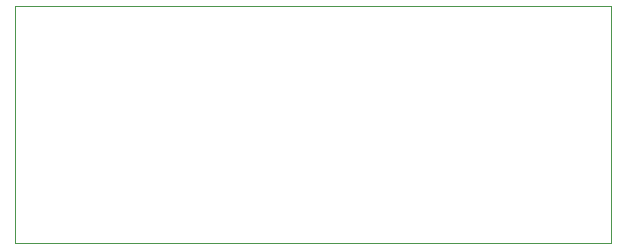
<source format=gbr>
%TF.GenerationSoftware,KiCad,Pcbnew,9.0.6+1*%
%TF.CreationDate,2026-01-27T15:49:49+01:00*%
%TF.ProjectId,si-simulation-test-board,73692d73-696d-4756-9c61-74696f6e2d74,rev?*%
%TF.SameCoordinates,Original*%
%TF.FileFunction,Profile,NP*%
%FSLAX46Y46*%
G04 Gerber Fmt 4.6, Leading zero omitted, Abs format (unit mm)*
G04 Created by KiCad (PCBNEW 9.0.6+1) date 2026-01-27 15:49:49*
%MOMM*%
%LPD*%
G01*
G04 APERTURE LIST*
%TA.AperFunction,Profile*%
%ADD10C,0.050000*%
%TD*%
G04 APERTURE END LIST*
D10*
X93750000Y-115020000D02*
X144190000Y-115020000D01*
X144190000Y-135070000D01*
X93750000Y-135070000D01*
X93750000Y-115020000D01*
M02*

</source>
